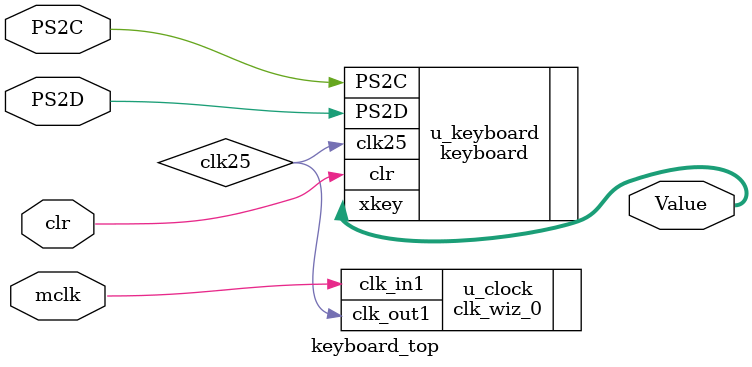
<source format=v>
`timescale 1ns / 1ps


module keyboard_top(
input mclk,
input clr,
input PS2C,
input PS2D,
output [15:0]Value
    );
    
 wire clk25; 
 clk_wiz_0 u_clock(
 .clk_in1(mclk),
 .clk_out1(clk25)
 );
// assign LED[15] = PS2C;
//  assign LED[14] = PS2D&clr;

 keyboard u_keyboard(
.clk25(clk25),
.clr(clr),
.PS2C(PS2C),
.PS2D(PS2D),
.xkey(Value)
     );
    
 
endmodule

</source>
